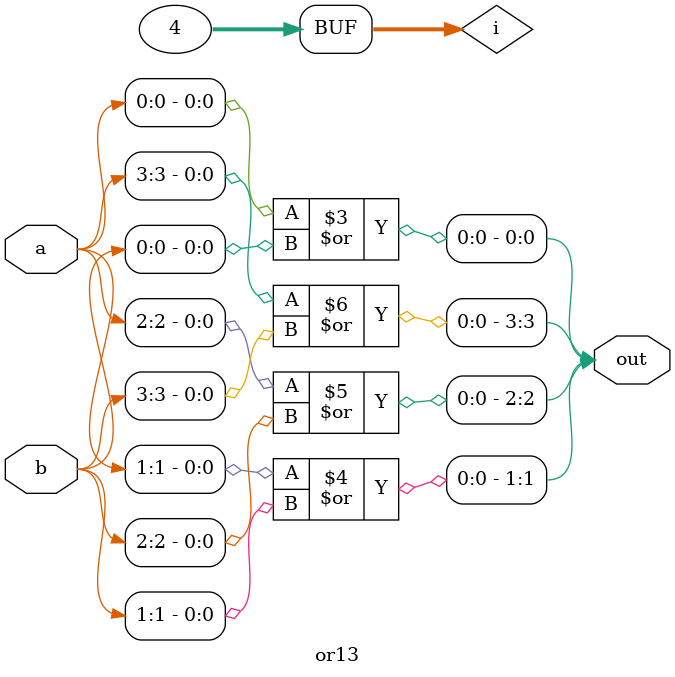
<source format=v>
module or13 (
    input wire [3:0] a,
    input wire [3:0] b,
    output reg [3:0] out
);

integer i;

always @(*) begin
    for (i = 0; i < 4; i = i + 1) begin
        out[i] = a[i] | b[i];
    end
end

endmodule

</source>
